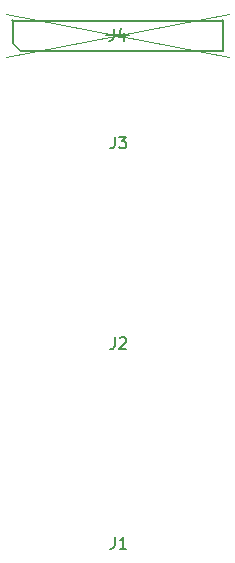
<source format=gbr>
%TF.GenerationSoftware,KiCad,Pcbnew,9.0.3*%
%TF.CreationDate,2025-09-24T11:10:32-04:00*%
%TF.ProjectId,eib-64-cnt-a64,6569622d-3634-42d6-936e-742d6136342e,A*%
%TF.SameCoordinates,Original*%
%TF.FileFunction,AssemblyDrawing,Top*%
%FSLAX46Y46*%
G04 Gerber Fmt 4.6, Leading zero omitted, Abs format (unit mm)*
G04 Created by KiCad (PCBNEW 9.0.3) date 2025-09-24 11:10:32*
%MOMM*%
%LPD*%
G01*
G04 APERTURE LIST*
%ADD10C,0.150000*%
%ADD11C,0.100000*%
G04 APERTURE END LIST*
D10*
X136666666Y-120354819D02*
X136666666Y-121069104D01*
X136666666Y-121069104D02*
X136619047Y-121211961D01*
X136619047Y-121211961D02*
X136523809Y-121307200D01*
X136523809Y-121307200D02*
X136380952Y-121354819D01*
X136380952Y-121354819D02*
X136285714Y-121354819D01*
X137666666Y-121354819D02*
X137095238Y-121354819D01*
X137380952Y-121354819D02*
X137380952Y-120354819D01*
X137380952Y-120354819D02*
X137285714Y-120497676D01*
X137285714Y-120497676D02*
X137190476Y-120592914D01*
X137190476Y-120592914D02*
X137095238Y-120640533D01*
X136666666Y-103454819D02*
X136666666Y-104169104D01*
X136666666Y-104169104D02*
X136619047Y-104311961D01*
X136619047Y-104311961D02*
X136523809Y-104407200D01*
X136523809Y-104407200D02*
X136380952Y-104454819D01*
X136380952Y-104454819D02*
X136285714Y-104454819D01*
X137095238Y-103550057D02*
X137142857Y-103502438D01*
X137142857Y-103502438D02*
X137238095Y-103454819D01*
X137238095Y-103454819D02*
X137476190Y-103454819D01*
X137476190Y-103454819D02*
X137571428Y-103502438D01*
X137571428Y-103502438D02*
X137619047Y-103550057D01*
X137619047Y-103550057D02*
X137666666Y-103645295D01*
X137666666Y-103645295D02*
X137666666Y-103740533D01*
X137666666Y-103740533D02*
X137619047Y-103883390D01*
X137619047Y-103883390D02*
X137047619Y-104454819D01*
X137047619Y-104454819D02*
X137666666Y-104454819D01*
X136586666Y-77354819D02*
X136586666Y-78069104D01*
X136586666Y-78069104D02*
X136539047Y-78211961D01*
X136539047Y-78211961D02*
X136443809Y-78307200D01*
X136443809Y-78307200D02*
X136300952Y-78354819D01*
X136300952Y-78354819D02*
X136205714Y-78354819D01*
X137491428Y-77688152D02*
X137491428Y-78354819D01*
X137253333Y-77307200D02*
X137015238Y-78021485D01*
X137015238Y-78021485D02*
X137634285Y-78021485D01*
X135986423Y-77831104D02*
X137853576Y-77831104D01*
X136666666Y-86454819D02*
X136666666Y-87169104D01*
X136666666Y-87169104D02*
X136619047Y-87311961D01*
X136619047Y-87311961D02*
X136523809Y-87407200D01*
X136523809Y-87407200D02*
X136380952Y-87454819D01*
X136380952Y-87454819D02*
X136285714Y-87454819D01*
X137047619Y-86454819D02*
X137666666Y-86454819D01*
X137666666Y-86454819D02*
X137333333Y-86835771D01*
X137333333Y-86835771D02*
X137476190Y-86835771D01*
X137476190Y-86835771D02*
X137571428Y-86883390D01*
X137571428Y-86883390D02*
X137619047Y-86931009D01*
X137619047Y-86931009D02*
X137666666Y-87026247D01*
X137666666Y-87026247D02*
X137666666Y-87264342D01*
X137666666Y-87264342D02*
X137619047Y-87359580D01*
X137619047Y-87359580D02*
X137571428Y-87407200D01*
X137571428Y-87407200D02*
X137476190Y-87454819D01*
X137476190Y-87454819D02*
X137190476Y-87454819D01*
X137190476Y-87454819D02*
X137095238Y-87407200D01*
X137095238Y-87407200D02*
X137047619Y-87359580D01*
D11*
X128030000Y-76680000D02*
X145810000Y-76680000D01*
X145810000Y-76580000D02*
G75*
G02*
X145810000Y-76680000I0J-50000D01*
G01*
X145810000Y-76580000D02*
X128030000Y-76580000D01*
X128030000Y-76580000D02*
G75*
G03*
X128030000Y-76680000I0J-50000D01*
G01*
X128080000Y-78535000D02*
X128080000Y-76630000D01*
X127980000Y-76630000D02*
G75*
G02*
X128080000Y-76630000I50000J0D01*
G01*
X127980000Y-76630000D02*
X127980000Y-78535000D01*
X127980000Y-78535000D02*
G75*
G03*
X128080000Y-78535000I50000J0D01*
G01*
X128700355Y-79134645D02*
X128065355Y-78499645D01*
X127994645Y-78570355D02*
G75*
G02*
X128065355Y-78499645I35355J35355D01*
G01*
X127994645Y-78570355D02*
X128629645Y-79205355D01*
X128629645Y-79205355D02*
G75*
G03*
X128700355Y-79134645I35355J35355D01*
G01*
X145760000Y-76630000D02*
X145760000Y-79170000D01*
X145860000Y-79170000D02*
G75*
G02*
X145760000Y-79170000I-50000J0D01*
G01*
X145860000Y-79170000D02*
X145860000Y-76630000D01*
X145860000Y-76630000D02*
G75*
G03*
X145760000Y-76630000I-50000J0D01*
G01*
X145810000Y-79120000D02*
X128665000Y-79120000D01*
X128665000Y-79220000D02*
G75*
G02*
X128665000Y-79120000I0J50000D01*
G01*
X128665000Y-79220000D02*
X145810000Y-79220000D01*
X145810000Y-79220000D02*
G75*
G03*
X145810000Y-79120000I0J50000D01*
G01*
X127495000Y-76105000D02*
X146345000Y-79695000D01*
X127495000Y-79695000D02*
X146345000Y-76105000D01*
M02*

</source>
